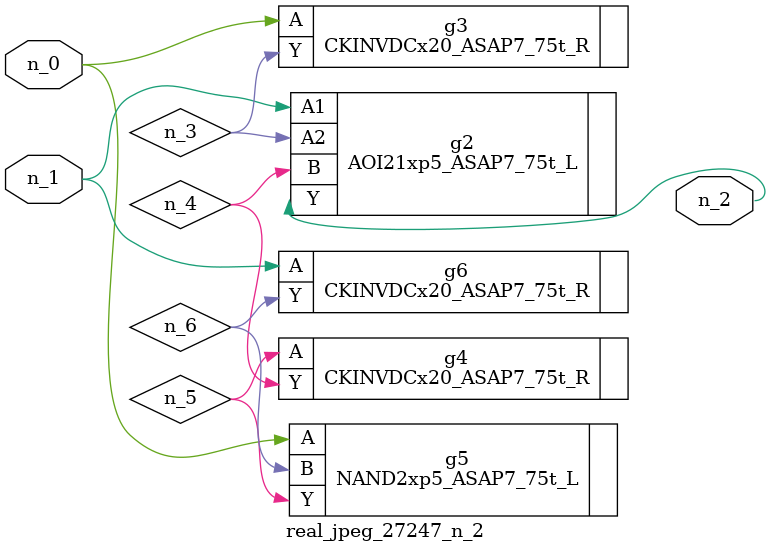
<source format=v>
module real_jpeg_27247_n_2 (n_1, n_0, n_2);

input n_1;
input n_0;

output n_2;

wire n_5;
wire n_4;
wire n_6;
wire n_3;

CKINVDCx20_ASAP7_75t_R g3 ( 
.A(n_0),
.Y(n_3)
);

NAND2xp5_ASAP7_75t_L g5 ( 
.A(n_0),
.B(n_6),
.Y(n_5)
);

AOI21xp5_ASAP7_75t_L g2 ( 
.A1(n_1),
.A2(n_3),
.B(n_4),
.Y(n_2)
);

CKINVDCx20_ASAP7_75t_R g6 ( 
.A(n_1),
.Y(n_6)
);

CKINVDCx20_ASAP7_75t_R g4 ( 
.A(n_5),
.Y(n_4)
);


endmodule
</source>
